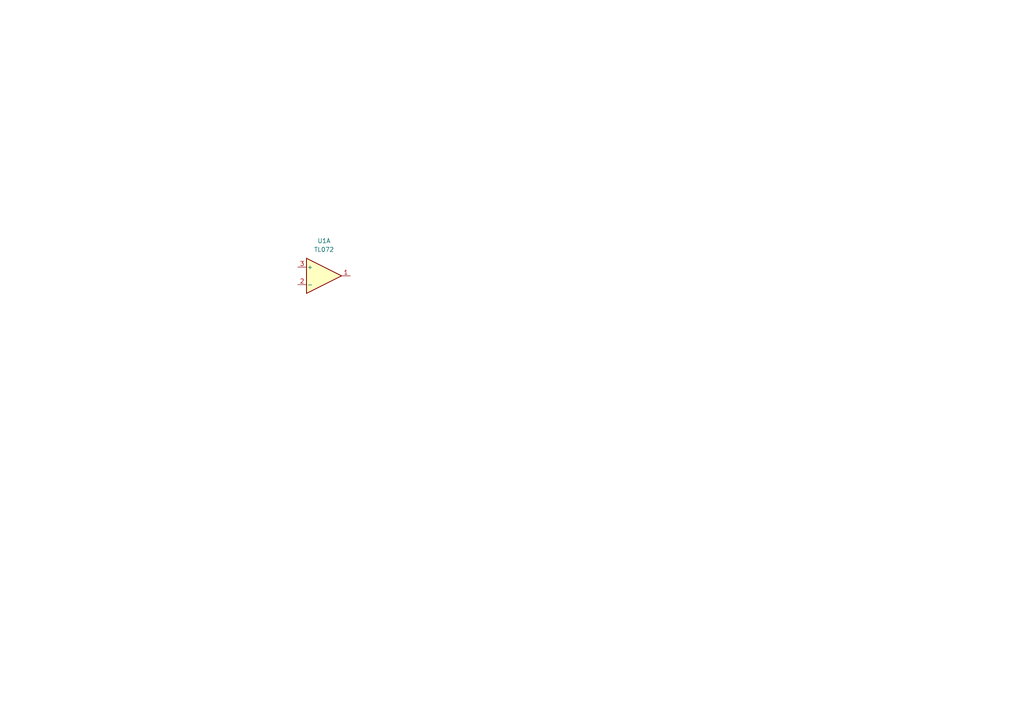
<source format=kicad_sch>
(kicad_sch (version 20231120) (generator "eeschema") (generator_version "8.0")
  (paper "A4")
  (lib_symbols
    (symbol "Amplifier_Operational:TL072" (pin_names (offset 0.127))
      (property "Reference" "U" (at 0 5.08 0))
      (property "Value" "TL072" (at 0 -5.08 0))
      (symbol "TL072_1_1"
        (polyline (pts (xy -5.08 5.08) (xy 5.08 0) (xy -5.08 -5.08) (xy -5.08 5.08)) (stroke (width 0.254)) (fill (type background)))
        (pin output line (at 7.62 0 180) (length 2.54) (name "~") (number "1"))
        (pin input line (at -7.62 -2.54 0) (length 2.54) (name "-") (number "2"))
        (pin input line (at -7.62 2.54 0) (length 2.54) (name "+") (number "3"))
      )
      (symbol "TL072_2_1"
        (polyline (pts (xy -5.08 5.08) (xy 5.08 0) (xy -5.08 -5.08) (xy -5.08 5.08)) (stroke (width 0.254)) (fill (type background)))
        (pin input line (at -7.62 2.54 0) (length 2.54) (name "+") (number "5"))
        (pin input line (at -7.62 -2.54 0) (length 2.54) (name "-") (number "6"))
        (pin output line (at 7.62 0 180) (length 2.54) (name "~") (number "7"))
      )
      (symbol "TL072_3_1"
        (pin power_in line (at -2.54 -7.62 90) (length 3.81) (name "V-") (number "4"))
        (pin power_in line (at -2.54 7.62 270) (length 3.81) (name "V+") (number "8"))
      )
    )
  )
  (symbol (lib_id "Amplifier_Operational:TL072") (at 93.98 80.01 0) (unit 1)
    (property "Reference" "U1" (at 93.98 69.85 0))
    (property "Value" "TL072" (at 93.98 72.39 0))
    (property "Datasheet" "http://www.ti.com/lit/ds/symlink/tl071.pdf" (effects (hide yes)))
    (property "Description" "Dual Low-Noise JFET-Input Operational Amplifiers, DIP-8/SOIC-8" (effects (hide yes)))
  )
)
</source>
